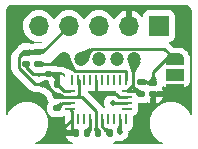
<source format=gtl>
G04 #@! TF.GenerationSoftware,KiCad,Pcbnew,8.0.5-8.0.5-0~ubuntu22.04.1*
G04 #@! TF.CreationDate,2024-10-20T20:35:37-07:00*
G04 #@! TF.ProjectId,uSlime_BNO085_Module,75536c69-6d65-45f4-924e-4f3038355f4d,rev?*
G04 #@! TF.SameCoordinates,Original*
G04 #@! TF.FileFunction,Copper,L1,Top*
G04 #@! TF.FilePolarity,Positive*
%FSLAX46Y46*%
G04 Gerber Fmt 4.6, Leading zero omitted, Abs format (unit mm)*
G04 Created by KiCad (PCBNEW 8.0.5-8.0.5-0~ubuntu22.04.1) date 2024-10-20 20:35:37*
%MOMM*%
%LPD*%
G01*
G04 APERTURE LIST*
G04 Aperture macros list*
%AMRoundRect*
0 Rectangle with rounded corners*
0 $1 Rounding radius*
0 $2 $3 $4 $5 $6 $7 $8 $9 X,Y pos of 4 corners*
0 Add a 4 corners polygon primitive as box body*
4,1,4,$2,$3,$4,$5,$6,$7,$8,$9,$2,$3,0*
0 Add four circle primitives for the rounded corners*
1,1,$1+$1,$2,$3*
1,1,$1+$1,$4,$5*
1,1,$1+$1,$6,$7*
1,1,$1+$1,$8,$9*
0 Add four rect primitives between the rounded corners*
20,1,$1+$1,$2,$3,$4,$5,0*
20,1,$1+$1,$4,$5,$6,$7,0*
20,1,$1+$1,$6,$7,$8,$9,0*
20,1,$1+$1,$8,$9,$2,$3,0*%
%AMFreePoly0*
4,1,19,0.550000,-0.750000,0.000000,-0.750000,0.000000,-0.744911,-0.071157,-0.744911,-0.207708,-0.704816,-0.327430,-0.627875,-0.420627,-0.520320,-0.479746,-0.390866,-0.500000,-0.250000,-0.500000,0.250000,-0.479746,0.390866,-0.420627,0.520320,-0.327430,0.627875,-0.207708,0.704816,-0.071157,0.744911,0.000000,0.744911,0.000000,0.750000,0.550000,0.750000,0.550000,-0.750000,0.550000,-0.750000,
$1*%
%AMFreePoly1*
4,1,19,0.000000,0.744911,0.071157,0.744911,0.207708,0.704816,0.327430,0.627875,0.420627,0.520320,0.479746,0.390866,0.500000,0.250000,0.500000,-0.250000,0.479746,-0.390866,0.420627,-0.520320,0.327430,-0.627875,0.207708,-0.704816,0.071157,-0.744911,0.000000,-0.744911,0.000000,-0.750000,-0.550000,-0.750000,-0.550000,0.750000,0.000000,0.750000,0.000000,0.744911,0.000000,0.744911,
$1*%
G04 Aperture macros list end*
G04 #@! TA.AperFunction,SMDPad,CuDef*
%ADD10RoundRect,0.140000X-0.170000X0.140000X-0.170000X-0.140000X0.170000X-0.140000X0.170000X0.140000X0*%
G04 #@! TD*
G04 #@! TA.AperFunction,SMDPad,CuDef*
%ADD11RoundRect,0.140000X0.170000X-0.140000X0.170000X0.140000X-0.170000X0.140000X-0.170000X-0.140000X0*%
G04 #@! TD*
G04 #@! TA.AperFunction,ComponentPad*
%ADD12R,1.700000X1.700000*%
G04 #@! TD*
G04 #@! TA.AperFunction,ComponentPad*
%ADD13O,1.700000X1.700000*%
G04 #@! TD*
G04 #@! TA.AperFunction,SMDPad,CuDef*
%ADD14RoundRect,0.135000X0.135000X0.185000X-0.135000X0.185000X-0.135000X-0.185000X0.135000X-0.185000X0*%
G04 #@! TD*
G04 #@! TA.AperFunction,SMDPad,CuDef*
%ADD15RoundRect,0.140000X-0.140000X-0.170000X0.140000X-0.170000X0.140000X0.170000X-0.140000X0.170000X0*%
G04 #@! TD*
G04 #@! TA.AperFunction,SMDPad,CuDef*
%ADD16FreePoly0,270.000000*%
G04 #@! TD*
G04 #@! TA.AperFunction,SMDPad,CuDef*
%ADD17R,1.500000X1.000000*%
G04 #@! TD*
G04 #@! TA.AperFunction,SMDPad,CuDef*
%ADD18FreePoly1,270.000000*%
G04 #@! TD*
G04 #@! TA.AperFunction,SMDPad,CuDef*
%ADD19RoundRect,0.135000X-0.185000X0.135000X-0.185000X-0.135000X0.185000X-0.135000X0.185000X0.135000X0*%
G04 #@! TD*
G04 #@! TA.AperFunction,ComponentPad*
%ADD20C,1.200000*%
G04 #@! TD*
G04 #@! TA.AperFunction,SMDPad,CuDef*
%ADD21RoundRect,0.140000X0.140000X0.170000X-0.140000X0.170000X-0.140000X-0.170000X0.140000X-0.170000X0*%
G04 #@! TD*
G04 #@! TA.AperFunction,SMDPad,CuDef*
%ADD22R,0.250000X0.914400*%
G04 #@! TD*
G04 #@! TA.AperFunction,SMDPad,CuDef*
%ADD23R,0.812800X0.250000*%
G04 #@! TD*
G04 #@! TA.AperFunction,ViaPad*
%ADD24C,0.600000*%
G04 #@! TD*
G04 #@! TA.AperFunction,ViaPad*
%ADD25C,0.500000*%
G04 #@! TD*
G04 #@! TA.AperFunction,Conductor*
%ADD26C,0.254000*%
G04 #@! TD*
G04 APERTURE END LIST*
D10*
X102850000Y-93920000D03*
X102850000Y-94880000D03*
D11*
X113600000Y-97430000D03*
X113600000Y-96470000D03*
D12*
X114075000Y-91650000D03*
D13*
X111535000Y-91650000D03*
X108995000Y-91650000D03*
X106455000Y-91650000D03*
X103915000Y-91650000D03*
D14*
X109910000Y-100750000D03*
X108890000Y-100750000D03*
D15*
X107020000Y-100750000D03*
X107980000Y-100750000D03*
D16*
X115442500Y-94500000D03*
D17*
X115442500Y-95800000D03*
D18*
X115442500Y-97100000D03*
D19*
X103850000Y-93890000D03*
X103850000Y-94910000D03*
D20*
X112005000Y-94500000D03*
X110505000Y-94500000D03*
X109005000Y-94500000D03*
X107505000Y-94500000D03*
X106005000Y-94500000D03*
D21*
X105480000Y-96600000D03*
X104520000Y-96600000D03*
D22*
X106752600Y-96222670D03*
D23*
X106561600Y-97150000D03*
X106561600Y-97653070D03*
X106561600Y-98153070D03*
X106561600Y-98653060D03*
D22*
X106752600Y-99575470D03*
X107252600Y-99575470D03*
X107752600Y-99575470D03*
X108252600Y-99575470D03*
X108752600Y-99575470D03*
X109252600Y-99575470D03*
X109752600Y-99575470D03*
X110252600Y-99575470D03*
X110752600Y-99575470D03*
X111260600Y-99575470D03*
D23*
X111387600Y-98653070D03*
X111387600Y-98153070D03*
X111387600Y-97653070D03*
X111387600Y-97150000D03*
D22*
X111260600Y-96222670D03*
X110752600Y-96222670D03*
X110252600Y-96222670D03*
X109752600Y-96222670D03*
X109252600Y-96222670D03*
X108752600Y-96222670D03*
X108252600Y-96222670D03*
X107752600Y-96222670D03*
X107252600Y-96222670D03*
D19*
X112550000Y-96430000D03*
X112550000Y-97450000D03*
X105449000Y-97600000D03*
X105449000Y-98620000D03*
D24*
X104800000Y-95750000D03*
X108752600Y-97400000D03*
D25*
X110750000Y-100650000D03*
X115450000Y-95800000D03*
X110173070Y-98153070D03*
D26*
X102850000Y-94880000D02*
X102850000Y-95159999D01*
X102850000Y-95159999D02*
X103440001Y-95750000D01*
X103440001Y-95750000D02*
X105000000Y-95750000D01*
X105480000Y-96230000D02*
X105480000Y-96600000D01*
X105000000Y-95750000D02*
X105480000Y-96230000D01*
X106752600Y-99575470D02*
X106752600Y-98844060D01*
X110452200Y-97400000D02*
X110705270Y-97653070D01*
X106752600Y-100482600D02*
X107020000Y-100750000D01*
X106752600Y-98844060D02*
X106561600Y-98653060D01*
X108752600Y-97400000D02*
X110452200Y-97400000D01*
X110705270Y-97653070D02*
X111387600Y-97653070D01*
X108752600Y-97400000D02*
X108752600Y-96222670D01*
X106561600Y-97150000D02*
X106030000Y-97150000D01*
X113600000Y-97430000D02*
X115112500Y-97430000D01*
X115112500Y-97430000D02*
X115442500Y-97100000D01*
X106752600Y-99575470D02*
X106752600Y-100482600D01*
X106030000Y-97150000D02*
X105480000Y-96600000D01*
X111900000Y-96637600D02*
X111900000Y-94605000D01*
X111387600Y-97150000D02*
X111900000Y-96637600D01*
X112250000Y-97150000D02*
X111387600Y-97150000D01*
X111900000Y-96800000D02*
X112550000Y-97450000D01*
X111900000Y-96637600D02*
X111900000Y-96800000D01*
X111900000Y-94605000D02*
X112005000Y-94500000D01*
X112550000Y-97450000D02*
X112250000Y-97150000D01*
X103850000Y-94910000D02*
X105595000Y-94910000D01*
X106943470Y-95438470D02*
X111204600Y-95438470D01*
X111260600Y-95494470D02*
X111260600Y-96222670D01*
X105595000Y-94910000D02*
X106005000Y-94500000D01*
X111204600Y-95438470D02*
X111260600Y-95494470D01*
X106005000Y-94500000D02*
X106943470Y-95438470D01*
X103595682Y-96600000D02*
X102213000Y-95217318D01*
X107295000Y-96265070D02*
X107295000Y-97506070D01*
X104520000Y-96671000D02*
X105449000Y-97600000D01*
X113600000Y-96470000D02*
X113600000Y-95587500D01*
X102540001Y-93920000D02*
X102850000Y-93920000D01*
X102213000Y-94247001D02*
X102540001Y-93920000D01*
X108752600Y-98839270D02*
X107566400Y-97653070D01*
X113560000Y-96430000D02*
X113600000Y-96470000D01*
X104520000Y-96600000D02*
X104520000Y-96671000D01*
X107295000Y-97506070D02*
X107148000Y-97653070D01*
X102850000Y-93920000D02*
X103820000Y-93920000D01*
X102213000Y-95217318D02*
X102213000Y-94247001D01*
X108432000Y-93573000D02*
X114515500Y-93573000D01*
X103820000Y-93920000D02*
X103850000Y-93890000D01*
X107566400Y-97653070D02*
X106561600Y-97653070D01*
X103850000Y-93890000D02*
X104215000Y-93890000D01*
X104215000Y-93890000D02*
X106455000Y-91650000D01*
X108752600Y-99575470D02*
X108752600Y-98839270D01*
X105449000Y-97600000D02*
X105502070Y-97653070D01*
X114515500Y-93573000D02*
X115442500Y-94500000D01*
X104520000Y-96600000D02*
X103595682Y-96600000D01*
X105502070Y-97653070D02*
X106561600Y-97653070D01*
X114687500Y-94500000D02*
X115442500Y-94500000D01*
X107148000Y-97653070D02*
X106561600Y-97653070D01*
X113600000Y-95587500D02*
X114687500Y-94500000D01*
X107252600Y-96222670D02*
X107295000Y-96265070D01*
X108752600Y-99575470D02*
X108752600Y-100612600D01*
X107505000Y-94500000D02*
X108432000Y-93573000D01*
X112550000Y-96430000D02*
X113560000Y-96430000D01*
X108752600Y-100612600D02*
X108890000Y-100750000D01*
X110750000Y-99578070D02*
X110752600Y-99575470D01*
X110750000Y-100650000D02*
X110750000Y-99578070D01*
X110173070Y-98153070D02*
X111387600Y-98153070D01*
X115442500Y-95800000D02*
X115450000Y-95800000D01*
X108252600Y-99575470D02*
X108252600Y-100477400D01*
X108252600Y-100477400D02*
X107980000Y-100750000D01*
X105915930Y-98153070D02*
X105449000Y-98620000D01*
X106561600Y-98153070D02*
X105915930Y-98153070D01*
X109910000Y-100430001D02*
X109547109Y-100430001D01*
X109547109Y-100430001D02*
X109252600Y-100135492D01*
X109252600Y-100135492D02*
X109252600Y-99575470D01*
X109910000Y-100750000D02*
X109910000Y-100430001D01*
G04 #@! TA.AperFunction,Conductor*
G36*
X116280632Y-89857573D02*
G01*
X116281149Y-89857607D01*
X116284100Y-89857607D01*
X116284104Y-89857608D01*
X116347245Y-89857607D01*
X116352732Y-89857915D01*
X116392477Y-89862393D01*
X116455661Y-89869512D01*
X116466357Y-89871953D01*
X116561507Y-89905247D01*
X116571392Y-89910007D01*
X116650120Y-89959475D01*
X116656754Y-89963643D01*
X116665333Y-89970485D01*
X116736614Y-90041766D01*
X116743456Y-90050345D01*
X116797092Y-90135707D01*
X116801852Y-90145593D01*
X116835145Y-90240741D01*
X116837587Y-90251438D01*
X116849184Y-90354368D01*
X116849492Y-90359854D01*
X116849492Y-90425991D01*
X116849493Y-90426008D01*
X116849497Y-99172389D01*
X116835145Y-99207037D01*
X116800497Y-99221389D01*
X116765849Y-99207037D01*
X116755227Y-99191140D01*
X116718284Y-99101951D01*
X116600273Y-98897550D01*
X116600270Y-98897546D01*
X116600264Y-98897537D01*
X116456596Y-98710306D01*
X116456586Y-98710294D01*
X116289705Y-98543413D01*
X116289693Y-98543403D01*
X116102462Y-98399735D01*
X116102447Y-98399725D01*
X115898050Y-98281716D01*
X115679996Y-98191395D01*
X115679986Y-98191391D01*
X115452025Y-98130309D01*
X115452018Y-98130308D01*
X115452014Y-98130307D01*
X115218011Y-98099500D01*
X114981989Y-98099500D01*
X114747986Y-98130307D01*
X114747982Y-98130307D01*
X114747974Y-98130309D01*
X114520013Y-98191391D01*
X114520003Y-98191395D01*
X114301949Y-98281716D01*
X114097552Y-98399725D01*
X114097537Y-98399735D01*
X113910306Y-98543403D01*
X113910294Y-98543413D01*
X113743413Y-98710294D01*
X113743403Y-98710306D01*
X113599735Y-98897537D01*
X113599725Y-98897552D01*
X113481716Y-99101949D01*
X113391395Y-99320003D01*
X113391391Y-99320013D01*
X113330309Y-99547974D01*
X113330307Y-99547982D01*
X113330307Y-99547986D01*
X113299500Y-99781989D01*
X113299500Y-100018011D01*
X113330307Y-100252014D01*
X113330308Y-100252018D01*
X113330309Y-100252025D01*
X113391391Y-100479986D01*
X113391395Y-100479996D01*
X113481716Y-100698050D01*
X113599725Y-100902447D01*
X113599735Y-100902462D01*
X113743403Y-101089693D01*
X113743413Y-101089705D01*
X113910294Y-101256586D01*
X113910306Y-101256596D01*
X114097537Y-101400264D01*
X114097546Y-101400270D01*
X114097550Y-101400273D01*
X114195387Y-101456759D01*
X114301949Y-101518283D01*
X114391146Y-101555230D01*
X114417664Y-101581749D01*
X114417664Y-101619252D01*
X114391145Y-101645770D01*
X114372394Y-101649500D01*
X110207818Y-101649500D01*
X110173170Y-101635148D01*
X110158818Y-101600500D01*
X110173170Y-101565852D01*
X110194147Y-101553446D01*
X110228515Y-101543461D01*
X110299393Y-101522869D01*
X110437598Y-101441135D01*
X110493854Y-101384878D01*
X110528500Y-101370526D01*
X110544680Y-101373275D01*
X110581941Y-101386313D01*
X110750000Y-101405249D01*
X110918059Y-101386313D01*
X111077690Y-101330456D01*
X111220890Y-101240477D01*
X111340477Y-101120890D01*
X111430456Y-100977690D01*
X111486313Y-100818059D01*
X111505249Y-100650000D01*
X111495716Y-100565400D01*
X111506098Y-100529364D01*
X111527283Y-100514005D01*
X111627931Y-100476466D01*
X111743146Y-100390216D01*
X111829396Y-100275001D01*
X111879691Y-100140153D01*
X111879691Y-100140151D01*
X111879692Y-100140149D01*
X111886099Y-100080549D01*
X111886100Y-100080543D01*
X111886099Y-99311919D01*
X111900451Y-99277272D01*
X111917974Y-99266010D01*
X112036331Y-99221866D01*
X112151546Y-99135616D01*
X112237796Y-99020401D01*
X112288091Y-98885553D01*
X112288091Y-98885551D01*
X112288092Y-98885549D01*
X112294499Y-98825949D01*
X112294500Y-98825943D01*
X112294499Y-98480198D01*
X112294499Y-98480190D01*
X112288092Y-98420592D01*
X112288091Y-98420590D01*
X112288091Y-98420587D01*
X112287947Y-98420200D01*
X112287947Y-98419977D01*
X112287386Y-98417603D01*
X112287947Y-98417470D01*
X112287947Y-98388662D01*
X112287387Y-98388530D01*
X112287947Y-98386157D01*
X112287947Y-98385936D01*
X112288091Y-98385553D01*
X112288173Y-98384796D01*
X112289903Y-98368697D01*
X112294500Y-98325943D01*
X112294499Y-98269498D01*
X112308850Y-98234851D01*
X112343495Y-98220499D01*
X112799180Y-98220499D01*
X112799185Y-98220498D01*
X112799194Y-98220498D01*
X112819469Y-98218902D01*
X112835204Y-98217665D01*
X112989393Y-98172869D01*
X113065821Y-98127669D01*
X113102944Y-98122385D01*
X113115704Y-98127670D01*
X113173803Y-98162031D01*
X113329088Y-98207145D01*
X113329084Y-98207145D01*
X113349999Y-98208790D01*
X113350000Y-98208790D01*
X113850000Y-98208790D01*
X113870913Y-98207145D01*
X114026198Y-98162030D01*
X114165373Y-98079722D01*
X114165378Y-98079718D01*
X114279718Y-97965378D01*
X114279722Y-97965373D01*
X114362031Y-97826197D01*
X114404505Y-97680000D01*
X113850000Y-97680000D01*
X113850000Y-98208790D01*
X113350000Y-98208790D01*
X113350000Y-97752979D01*
X113351946Y-97739308D01*
X113367665Y-97685203D01*
X113367665Y-97685202D01*
X113367903Y-97682178D01*
X113370500Y-97649181D01*
X113370499Y-97299499D01*
X113384851Y-97264852D01*
X113419499Y-97250500D01*
X113834679Y-97250500D01*
X113834690Y-97250500D01*
X113870993Y-97247643D01*
X114026395Y-97202494D01*
X114052892Y-97186823D01*
X114077835Y-97180000D01*
X114404505Y-97180000D01*
X114404505Y-97179999D01*
X114362032Y-97033804D01*
X114327510Y-96975434D01*
X114322225Y-96938305D01*
X114327504Y-96925558D01*
X114362494Y-96866395D01*
X114388477Y-96776961D01*
X114411924Y-96747694D01*
X114449200Y-96743579D01*
X114452633Y-96744715D01*
X114585017Y-96794091D01*
X114585020Y-96794092D01*
X114628677Y-96798785D01*
X114644627Y-96800500D01*
X116240372Y-96800499D01*
X116240378Y-96800499D01*
X116299978Y-96794092D01*
X116299979Y-96794091D01*
X116299983Y-96794091D01*
X116434831Y-96743796D01*
X116550046Y-96657546D01*
X116636296Y-96542331D01*
X116686591Y-96407483D01*
X116686591Y-96407481D01*
X116686592Y-96407479D01*
X116691125Y-96365310D01*
X116693000Y-96347873D01*
X116692999Y-95252128D01*
X116692999Y-95252120D01*
X116686592Y-95192521D01*
X116686591Y-95192517D01*
X116684405Y-95186657D01*
X116681815Y-95162565D01*
X116698000Y-95050000D01*
X116698000Y-94428111D01*
X116677524Y-94285696D01*
X116637017Y-94147741D01*
X116577247Y-94016863D01*
X116500936Y-93898121D01*
X116500615Y-93897556D01*
X116499514Y-93895908D01*
X116499513Y-93895905D01*
X116499509Y-93895900D01*
X116405291Y-93787167D01*
X116296631Y-93693015D01*
X116296625Y-93693010D01*
X116175602Y-93615234D01*
X116175601Y-93615233D01*
X116047198Y-93556593D01*
X116045497Y-93555703D01*
X115906754Y-93514964D01*
X115764445Y-93494503D01*
X115764441Y-93494503D01*
X115677035Y-93494503D01*
X115677028Y-93494500D01*
X115656736Y-93494500D01*
X115344715Y-93494500D01*
X115310067Y-93480148D01*
X114914066Y-93084147D01*
X114899714Y-93049499D01*
X114914066Y-93014851D01*
X114948714Y-93000499D01*
X114972878Y-93000499D01*
X115032478Y-92994092D01*
X115032479Y-92994091D01*
X115032483Y-92994091D01*
X115167331Y-92943796D01*
X115282546Y-92857546D01*
X115368796Y-92742331D01*
X115419091Y-92607483D01*
X115419091Y-92607481D01*
X115419092Y-92607479D01*
X115425499Y-92547879D01*
X115425500Y-92547873D01*
X115425499Y-90752128D01*
X115425499Y-90752127D01*
X115425499Y-90752120D01*
X115419092Y-90692521D01*
X115389017Y-90611885D01*
X115368796Y-90557669D01*
X115282546Y-90442454D01*
X115194534Y-90376568D01*
X115167333Y-90356205D01*
X115167331Y-90356204D01*
X115122381Y-90339439D01*
X115032479Y-90305907D01*
X114972879Y-90299500D01*
X113177120Y-90299500D01*
X113117521Y-90305907D01*
X112982666Y-90356205D01*
X112867454Y-90442454D01*
X112781205Y-90557666D01*
X112730907Y-90692520D01*
X112724500Y-90752120D01*
X112724500Y-90839721D01*
X112710148Y-90874369D01*
X112675500Y-90888721D01*
X112640852Y-90874369D01*
X112635362Y-90867826D01*
X112573114Y-90778927D01*
X112573108Y-90778920D01*
X112406079Y-90611891D01*
X112406072Y-90611885D01*
X112212589Y-90476405D01*
X112212577Y-90476398D01*
X111998488Y-90376568D01*
X111998483Y-90376566D01*
X111785000Y-90319363D01*
X111785000Y-91216988D01*
X111727993Y-91184075D01*
X111600826Y-91150000D01*
X111469174Y-91150000D01*
X111342007Y-91184075D01*
X111285000Y-91216988D01*
X111285000Y-90319363D01*
X111284999Y-90319363D01*
X111071516Y-90376566D01*
X111071511Y-90376567D01*
X110857423Y-90476398D01*
X110857411Y-90476405D01*
X110663927Y-90611885D01*
X110663920Y-90611891D01*
X110496891Y-90778920D01*
X110496885Y-90778927D01*
X110361405Y-90972411D01*
X110361398Y-90972423D01*
X110309685Y-91083324D01*
X110282035Y-91108661D01*
X110244568Y-91107025D01*
X110220867Y-91083324D01*
X110169036Y-90972172D01*
X110169028Y-90972160D01*
X110033499Y-90778604D01*
X110033493Y-90778597D01*
X109866402Y-90611506D01*
X109866395Y-90611500D01*
X109672840Y-90475970D01*
X109672828Y-90475963D01*
X109458660Y-90376095D01*
X109458655Y-90376094D01*
X109230416Y-90314938D01*
X109230410Y-90314937D01*
X108995000Y-90294341D01*
X108759589Y-90314937D01*
X108759583Y-90314938D01*
X108531344Y-90376094D01*
X108531339Y-90376095D01*
X108317172Y-90475963D01*
X108317160Y-90475971D01*
X108123604Y-90611500D01*
X108123597Y-90611506D01*
X107956506Y-90778597D01*
X107956500Y-90778604D01*
X107820971Y-90972160D01*
X107820963Y-90972172D01*
X107769409Y-91082732D01*
X107741759Y-91108069D01*
X107704292Y-91106433D01*
X107680591Y-91082732D01*
X107629036Y-90972172D01*
X107629028Y-90972160D01*
X107493499Y-90778604D01*
X107493493Y-90778597D01*
X107326402Y-90611506D01*
X107326395Y-90611500D01*
X107132840Y-90475970D01*
X107132828Y-90475963D01*
X106918660Y-90376095D01*
X106918655Y-90376094D01*
X106690416Y-90314938D01*
X106690410Y-90314937D01*
X106455000Y-90294341D01*
X106219589Y-90314937D01*
X106219583Y-90314938D01*
X105991344Y-90376094D01*
X105991339Y-90376095D01*
X105777172Y-90475963D01*
X105777160Y-90475971D01*
X105583604Y-90611500D01*
X105583597Y-90611506D01*
X105416506Y-90778597D01*
X105416500Y-90778604D01*
X105280971Y-90972160D01*
X105280963Y-90972172D01*
X105229409Y-91082732D01*
X105201759Y-91108069D01*
X105164292Y-91106433D01*
X105140591Y-91082732D01*
X105089036Y-90972172D01*
X105089028Y-90972160D01*
X104953499Y-90778604D01*
X104953493Y-90778597D01*
X104786402Y-90611506D01*
X104786395Y-90611500D01*
X104592840Y-90475970D01*
X104592828Y-90475963D01*
X104378660Y-90376095D01*
X104378655Y-90376094D01*
X104150416Y-90314938D01*
X104150410Y-90314937D01*
X103915000Y-90294341D01*
X103679589Y-90314937D01*
X103679583Y-90314938D01*
X103451344Y-90376094D01*
X103451339Y-90376095D01*
X103237172Y-90475963D01*
X103237160Y-90475971D01*
X103043604Y-90611500D01*
X103043597Y-90611506D01*
X102876506Y-90778597D01*
X102876500Y-90778604D01*
X102740971Y-90972160D01*
X102740963Y-90972172D01*
X102641095Y-91186339D01*
X102641094Y-91186344D01*
X102579938Y-91414583D01*
X102579937Y-91414589D01*
X102559341Y-91650000D01*
X102579937Y-91885410D01*
X102579938Y-91885416D01*
X102641094Y-92113655D01*
X102641095Y-92113660D01*
X102740963Y-92327828D01*
X102740970Y-92327840D01*
X102876500Y-92521395D01*
X102876506Y-92521402D01*
X103043597Y-92688493D01*
X103043604Y-92688499D01*
X103237159Y-92824029D01*
X103237171Y-92824036D01*
X103451339Y-92923904D01*
X103451344Y-92923905D01*
X103679583Y-92985061D01*
X103679587Y-92985061D01*
X103679592Y-92985063D01*
X103915000Y-93005659D01*
X104106278Y-92988923D01*
X104142042Y-93000201D01*
X104159360Y-93033466D01*
X104148082Y-93069233D01*
X104145194Y-93072385D01*
X104115131Y-93102448D01*
X104080483Y-93116800D01*
X104079704Y-93116793D01*
X104016595Y-93115702D01*
X104016592Y-93115702D01*
X104016585Y-93115702D01*
X104013473Y-93115857D01*
X104013470Y-93115857D01*
X103996432Y-93118790D01*
X103988120Y-93119500D01*
X103600820Y-93119500D01*
X103600805Y-93119501D01*
X103564796Y-93122334D01*
X103410606Y-93167131D01*
X103404147Y-93170951D01*
X103393115Y-93175758D01*
X103392390Y-93175972D01*
X103344901Y-93197776D01*
X103307425Y-93199190D01*
X103306714Y-93198920D01*
X103264454Y-93182504D01*
X103264441Y-93182500D01*
X103213322Y-93169161D01*
X103212024Y-93168803D01*
X103120995Y-93142357D01*
X103120991Y-93142356D01*
X103084692Y-93139500D01*
X103084690Y-93139500D01*
X102615310Y-93139500D01*
X102615307Y-93139500D01*
X102579008Y-93142356D01*
X102579006Y-93142356D01*
X102423601Y-93187507D01*
X102284317Y-93269879D01*
X102284312Y-93269883D01*
X102169883Y-93384312D01*
X102169879Y-93384317D01*
X102150745Y-93416672D01*
X102142927Y-93426665D01*
X101906102Y-93659572D01*
X101866953Y-93702790D01*
X101866951Y-93702792D01*
X101865948Y-93704483D01*
X101858463Y-93714116D01*
X101812992Y-93759589D01*
X101725589Y-93846992D01*
X101656915Y-93949771D01*
X101647291Y-93973007D01*
X101647291Y-93973008D01*
X101609615Y-94063962D01*
X101609613Y-94063968D01*
X101602566Y-94099399D01*
X101590315Y-94160993D01*
X101585500Y-94185198D01*
X101585500Y-95155515D01*
X101585500Y-95279121D01*
X101601502Y-95359570D01*
X101609613Y-95400350D01*
X101609615Y-95400356D01*
X101636297Y-95464769D01*
X101636297Y-95464770D01*
X101649016Y-95495476D01*
X101656917Y-95514551D01*
X101672251Y-95537500D01*
X101684795Y-95556273D01*
X101708441Y-95591663D01*
X101725589Y-95617326D01*
X103108271Y-97000008D01*
X103195674Y-97087411D01*
X103298449Y-97156083D01*
X103333313Y-97170524D01*
X103412648Y-97203386D01*
X103533879Y-97227500D01*
X103829145Y-97227500D01*
X103849378Y-97231872D01*
X103890464Y-97250499D01*
X104073048Y-97333277D01*
X104073058Y-97333282D01*
X104075571Y-97334421D01*
X104080278Y-97336870D01*
X104123605Y-97362494D01*
X104236947Y-97395423D01*
X104249020Y-97400785D01*
X104440587Y-97519074D01*
X104440592Y-97519078D01*
X104498812Y-97555028D01*
X104516704Y-97574428D01*
X104623505Y-97783490D01*
X104628718Y-97801939D01*
X104631334Y-97835203D01*
X104674859Y-97985016D01*
X104676131Y-97989393D01*
X104729551Y-98079722D01*
X104732706Y-98085057D01*
X104737989Y-98122186D01*
X104732706Y-98134943D01*
X104676130Y-98230608D01*
X104631334Y-98384795D01*
X104631334Y-98384797D01*
X104628500Y-98420816D01*
X104628500Y-98819179D01*
X104628501Y-98819194D01*
X104631334Y-98855203D01*
X104676131Y-99009394D01*
X104757861Y-99147593D01*
X104757865Y-99147598D01*
X104871401Y-99261134D01*
X104871406Y-99261138D01*
X104898688Y-99277272D01*
X105009605Y-99342868D01*
X105009606Y-99342868D01*
X105009607Y-99342869D01*
X105163796Y-99387665D01*
X105199819Y-99390500D01*
X105698180Y-99390499D01*
X105698185Y-99390498D01*
X105698194Y-99390498D01*
X105718469Y-99388902D01*
X105734204Y-99387665D01*
X105888393Y-99342869D01*
X106003754Y-99274644D01*
X106040880Y-99269360D01*
X106045819Y-99270910D01*
X106047826Y-99271658D01*
X106047828Y-99271659D01*
X106083837Y-99275530D01*
X106116753Y-99293503D01*
X106127600Y-99324249D01*
X106127600Y-100023692D01*
X106543452Y-99607840D01*
X106578100Y-99593488D01*
X106612748Y-99607840D01*
X106627100Y-99642488D01*
X106627100Y-99857450D01*
X106612748Y-99892098D01*
X106203872Y-100300973D01*
X106203872Y-100300974D01*
X106254587Y-100368721D01*
X106263862Y-100405059D01*
X106262415Y-100411756D01*
X106242855Y-100479082D01*
X106242854Y-100479086D01*
X106241208Y-100499999D01*
X106241209Y-100500000D01*
X106939525Y-100500000D01*
X106956648Y-100503089D01*
X106985914Y-100514004D01*
X107020117Y-100526761D01*
X107079727Y-100533170D01*
X107150499Y-100533169D01*
X107185148Y-100547520D01*
X107199500Y-100582168D01*
X107199500Y-100951000D01*
X107185148Y-100985648D01*
X107150500Y-101000000D01*
X106241210Y-101000000D01*
X106242854Y-101020913D01*
X106287969Y-101176198D01*
X106370277Y-101315373D01*
X106370281Y-101315378D01*
X106484621Y-101429718D01*
X106484626Y-101429722D01*
X106623801Y-101512030D01*
X106766353Y-101553446D01*
X106795621Y-101576894D01*
X106799736Y-101614171D01*
X106776288Y-101643439D01*
X106752682Y-101649500D01*
X103627606Y-101649500D01*
X103592958Y-101635148D01*
X103578606Y-101600500D01*
X103592958Y-101565852D01*
X103608854Y-101555230D01*
X103624028Y-101548944D01*
X103698049Y-101518284D01*
X103902450Y-101400273D01*
X104089699Y-101256592D01*
X104256592Y-101089699D01*
X104400273Y-100902450D01*
X104518284Y-100698049D01*
X104608606Y-100479993D01*
X104669693Y-100252014D01*
X104700500Y-100018011D01*
X104700500Y-99781989D01*
X104669693Y-99547986D01*
X104627495Y-99390500D01*
X104608608Y-99320013D01*
X104608604Y-99320003D01*
X104597627Y-99293503D01*
X104518284Y-99101951D01*
X104400273Y-98897550D01*
X104400270Y-98897546D01*
X104400264Y-98897537D01*
X104256596Y-98710306D01*
X104256586Y-98710294D01*
X104089705Y-98543413D01*
X104089693Y-98543403D01*
X103902462Y-98399735D01*
X103902447Y-98399725D01*
X103698050Y-98281716D01*
X103479996Y-98191395D01*
X103479986Y-98191391D01*
X103252025Y-98130309D01*
X103252018Y-98130308D01*
X103252014Y-98130307D01*
X103018011Y-98099500D01*
X102781989Y-98099500D01*
X102547986Y-98130307D01*
X102547982Y-98130307D01*
X102547974Y-98130309D01*
X102320013Y-98191391D01*
X102320003Y-98191395D01*
X102101949Y-98281716D01*
X101897552Y-98399725D01*
X101897537Y-98399735D01*
X101710306Y-98543403D01*
X101710294Y-98543413D01*
X101543413Y-98710294D01*
X101543403Y-98710306D01*
X101399735Y-98897537D01*
X101399725Y-98897552D01*
X101281716Y-99101949D01*
X101244770Y-99191146D01*
X101218251Y-99217664D01*
X101180748Y-99217664D01*
X101154230Y-99191145D01*
X101150500Y-99172394D01*
X101150500Y-90352752D01*
X101150808Y-90347266D01*
X101156190Y-90299500D01*
X101162406Y-90244332D01*
X101164848Y-90233637D01*
X101198145Y-90138477D01*
X101202897Y-90128610D01*
X101256541Y-90043235D01*
X101263375Y-90034666D01*
X101334666Y-89963375D01*
X101343235Y-89956541D01*
X101428610Y-89902897D01*
X101438477Y-89898145D01*
X101533640Y-89864847D01*
X101544330Y-89862406D01*
X101647262Y-89850808D01*
X101652758Y-89850501D01*
X116280632Y-89857573D01*
G37*
G04 #@! TD.AperFunction*
G04 #@! TA.AperFunction,Conductor*
G36*
X108520227Y-97173468D02*
G01*
X108579766Y-97179870D01*
X108925435Y-97179870D01*
X108984976Y-97173468D01*
X108987958Y-97172764D01*
X108988144Y-97173552D01*
X109017069Y-97173548D01*
X109017138Y-97173257D01*
X109018369Y-97173548D01*
X109019010Y-97173548D01*
X109020117Y-97173961D01*
X109020118Y-97173961D01*
X109020121Y-97173962D01*
X109061680Y-97178429D01*
X109079727Y-97180370D01*
X109425472Y-97180369D01*
X109425478Y-97180369D01*
X109485077Y-97173962D01*
X109485078Y-97173961D01*
X109485083Y-97173961D01*
X109485463Y-97173818D01*
X109485684Y-97173818D01*
X109488067Y-97173256D01*
X109488199Y-97173818D01*
X109517007Y-97173816D01*
X109517140Y-97173257D01*
X109519504Y-97173816D01*
X109519728Y-97173816D01*
X109520117Y-97173961D01*
X109520121Y-97173961D01*
X109520123Y-97173962D01*
X109520122Y-97173962D01*
X109558948Y-97178135D01*
X109579727Y-97180370D01*
X109925472Y-97180369D01*
X109925478Y-97180369D01*
X109985077Y-97173962D01*
X109985078Y-97173961D01*
X109985083Y-97173961D01*
X109985463Y-97173818D01*
X109985684Y-97173818D01*
X109988067Y-97173256D01*
X109988199Y-97173818D01*
X110017007Y-97173816D01*
X110017140Y-97173257D01*
X110019504Y-97173816D01*
X110019728Y-97173816D01*
X110020117Y-97173961D01*
X110020121Y-97173961D01*
X110020123Y-97173962D01*
X110020122Y-97173962D01*
X110058948Y-97178135D01*
X110079727Y-97180370D01*
X110425472Y-97180369D01*
X110426457Y-97180263D01*
X110426612Y-97180308D01*
X110426791Y-97180299D01*
X110426794Y-97180362D01*
X110462442Y-97190825D01*
X110480419Y-97223739D01*
X110480700Y-97228981D01*
X110480700Y-97322879D01*
X110487108Y-97382481D01*
X110487108Y-97382485D01*
X110487220Y-97382783D01*
X110487214Y-97382932D01*
X110487813Y-97385464D01*
X110487117Y-97385628D01*
X110485874Y-97420261D01*
X110458420Y-97445811D01*
X110425123Y-97446147D01*
X110341135Y-97416759D01*
X110341134Y-97416758D01*
X110341129Y-97416757D01*
X110341125Y-97416756D01*
X110341123Y-97416756D01*
X110173070Y-97397821D01*
X110005016Y-97416756D01*
X110005007Y-97416758D01*
X109845380Y-97472614D01*
X109845378Y-97472615D01*
X109702182Y-97562591D01*
X109702178Y-97562594D01*
X109582594Y-97682178D01*
X109582591Y-97682182D01*
X109492615Y-97825378D01*
X109492614Y-97825380D01*
X109436758Y-97985007D01*
X109436756Y-97985016D01*
X109417821Y-98153070D01*
X109436756Y-98321123D01*
X109436758Y-98321132D01*
X109492613Y-98480757D01*
X109492616Y-98480763D01*
X109536132Y-98550019D01*
X109542413Y-98586992D01*
X109520711Y-98617578D01*
X109488282Y-98623086D01*
X109488130Y-98624506D01*
X109425479Y-98617770D01*
X109425473Y-98617770D01*
X109372793Y-98617770D01*
X109338145Y-98603418D01*
X109327523Y-98587521D01*
X109308684Y-98542040D01*
X109308683Y-98542037D01*
X109240011Y-98439262D01*
X109152608Y-98351859D01*
X108064766Y-97264017D01*
X108050414Y-97229369D01*
X108064766Y-97194721D01*
X108099411Y-97180369D01*
X108425472Y-97180369D01*
X108425478Y-97180369D01*
X108485078Y-97173962D01*
X108485079Y-97173961D01*
X108485083Y-97173961D01*
X108486182Y-97173551D01*
X108486819Y-97173551D01*
X108488067Y-97173256D01*
X108488137Y-97173551D01*
X108517054Y-97173551D01*
X108517240Y-97172763D01*
X108520227Y-97173468D01*
G37*
G04 #@! TD.AperFunction*
G04 #@! TA.AperFunction,Conductor*
G36*
X104933432Y-95538512D02*
G01*
X104951445Y-95542233D01*
X105754939Y-95591197D01*
X105769699Y-95594431D01*
X106095847Y-95721151D01*
X106122944Y-95747076D01*
X106127100Y-95766824D01*
X106127100Y-95913707D01*
X106112748Y-95948355D01*
X106078100Y-95962707D01*
X106043452Y-95948355D01*
X106015378Y-95920281D01*
X106015373Y-95920277D01*
X105876198Y-95837969D01*
X105730000Y-95795493D01*
X105730000Y-96761215D01*
X105715648Y-96795863D01*
X105681000Y-96810215D01*
X105656941Y-96803902D01*
X105449287Y-96686863D01*
X105428618Y-96664186D01*
X105304772Y-96387347D01*
X105300500Y-96367337D01*
X105300500Y-96365321D01*
X105300500Y-96365310D01*
X105297643Y-96329007D01*
X105252494Y-96173605D01*
X105248088Y-96166155D01*
X105236823Y-96147105D01*
X105230000Y-96122163D01*
X105230000Y-95795494D01*
X105229999Y-95795493D01*
X105083806Y-95837967D01*
X105025433Y-95872489D01*
X104988304Y-95877772D01*
X104975547Y-95872488D01*
X104916398Y-95837507D01*
X104760992Y-95792356D01*
X104724692Y-95789500D01*
X104724690Y-95789500D01*
X104315310Y-95789500D01*
X104315307Y-95789500D01*
X104279008Y-95792356D01*
X104279006Y-95792356D01*
X104123604Y-95837506D01*
X104080283Y-95863125D01*
X104075574Y-95865576D01*
X103881545Y-95953543D01*
X103844062Y-95954778D01*
X103826664Y-95943563D01*
X103647248Y-95764147D01*
X103632896Y-95729499D01*
X103647248Y-95694851D01*
X103681893Y-95680499D01*
X104099180Y-95680499D01*
X104099185Y-95680498D01*
X104099194Y-95680498D01*
X104119469Y-95678902D01*
X104135204Y-95677665D01*
X104239321Y-95647416D01*
X104242434Y-95646622D01*
X104271821Y-95640158D01*
X104536787Y-95540629D01*
X104554017Y-95537500D01*
X104923522Y-95537500D01*
X104933432Y-95538512D01*
G37*
G04 #@! TD.AperFunction*
G04 #@! TA.AperFunction,Conductor*
G36*
X112459520Y-94688088D02*
G01*
X112547184Y-94724558D01*
X112553506Y-94730899D01*
X112553492Y-94739854D01*
X112552896Y-94741082D01*
X112030351Y-95673136D01*
X112023316Y-95678676D01*
X112020145Y-95679114D01*
X111781384Y-95679114D01*
X111773111Y-95675687D01*
X111770305Y-95671175D01*
X111454189Y-94739970D01*
X111454775Y-94731034D01*
X111460773Y-94725407D01*
X112000507Y-94500868D01*
X112009458Y-94500855D01*
X112459520Y-94688088D01*
G37*
G04 #@! TD.AperFunction*
G04 #@! TA.AperFunction,Conductor*
G36*
X112206131Y-96923151D02*
G01*
X112652833Y-97174925D01*
X112658357Y-97181973D01*
X112657911Y-97189561D01*
X112553114Y-97444843D01*
X112546803Y-97451195D01*
X112544482Y-97451893D01*
X112238618Y-97510194D01*
X112229849Y-97508377D01*
X112226009Y-97504025D01*
X112022662Y-97105974D01*
X112021951Y-97097048D01*
X112024807Y-97092381D01*
X112192117Y-96925071D01*
X112200389Y-96921645D01*
X112206131Y-96923151D01*
G37*
G04 #@! TD.AperFunction*
G04 #@! TA.AperFunction,Conductor*
G36*
X112064794Y-97027029D02*
G01*
X112614332Y-97176910D01*
X112621412Y-97182393D01*
X112622541Y-97191277D01*
X112622530Y-97191316D01*
X112552577Y-97444296D01*
X112547069Y-97451357D01*
X112545471Y-97452109D01*
X112239097Y-97569012D01*
X112230146Y-97568760D01*
X112224934Y-97564167D01*
X112051729Y-97279804D01*
X112050021Y-97273718D01*
X112050021Y-97038318D01*
X112053448Y-97030045D01*
X112061721Y-97026618D01*
X112064794Y-97027029D01*
G37*
G04 #@! TD.AperFunction*
G04 #@! TA.AperFunction,Conductor*
G36*
X105589020Y-94084044D02*
G01*
X105589644Y-94084623D01*
X105590291Y-94085269D01*
X106002554Y-94496562D01*
X106005991Y-94504831D01*
X106005991Y-94504864D01*
X106005020Y-95087585D01*
X106001579Y-95095853D01*
X105993301Y-95099266D01*
X105992608Y-95099244D01*
X104982193Y-95037669D01*
X104974144Y-95033746D01*
X104971205Y-95025991D01*
X104971205Y-94787346D01*
X104974042Y-94779708D01*
X105572521Y-94085267D01*
X105580516Y-94081239D01*
X105589020Y-94084044D01*
G37*
G04 #@! TD.AperFunction*
G04 #@! TA.AperFunction,Conductor*
G36*
X104094064Y-94653056D02*
G01*
X104432414Y-94780150D01*
X104438954Y-94786267D01*
X104440000Y-94791103D01*
X104440000Y-95028896D01*
X104436573Y-95037169D01*
X104432414Y-95039849D01*
X104094067Y-95166942D01*
X104085117Y-95166643D01*
X104081321Y-95163887D01*
X103856227Y-94917898D01*
X103853170Y-94909482D01*
X103856227Y-94902102D01*
X103957797Y-94791103D01*
X104081322Y-94656111D01*
X104089435Y-94652321D01*
X104094064Y-94653056D01*
G37*
G04 #@! TD.AperFunction*
G04 #@! TA.AperFunction,Conductor*
G36*
X106557241Y-94274957D02*
G01*
X106563563Y-94281298D01*
X106563653Y-94281522D01*
X106732667Y-94716528D01*
X106732804Y-94716901D01*
X106779209Y-94849518D01*
X106779210Y-94849520D01*
X106779211Y-94849522D01*
X106792057Y-94869966D01*
X106793056Y-94871954D01*
X106940566Y-95251611D01*
X106940368Y-95260563D01*
X106937933Y-95264121D01*
X106769121Y-95432933D01*
X106760848Y-95436360D01*
X106756611Y-95435566D01*
X105786522Y-95058653D01*
X105780051Y-95052462D01*
X105779853Y-95043510D01*
X105779910Y-95043366D01*
X106002437Y-94503791D01*
X106008759Y-94497451D01*
X106548288Y-94274943D01*
X106557241Y-94274957D01*
G37*
G04 #@! TD.AperFunction*
G04 #@! TA.AperFunction,Conductor*
G36*
X104798707Y-96501010D02*
G01*
X104804450Y-96506839D01*
X105018919Y-96986249D01*
X105019169Y-96995200D01*
X105016512Y-96999300D01*
X104849148Y-97166664D01*
X104840875Y-97170091D01*
X104834728Y-97168346D01*
X104832004Y-97166664D01*
X104717019Y-97095662D01*
X104424210Y-96914857D01*
X104418971Y-96907595D01*
X104419250Y-96901223D01*
X104517513Y-96604663D01*
X104523368Y-96597889D01*
X104524598Y-96597357D01*
X104789761Y-96500626D01*
X104798707Y-96501010D01*
G37*
G04 #@! TD.AperFunction*
G04 #@! TA.AperFunction,Conductor*
G36*
X105105131Y-97073151D02*
G01*
X105551833Y-97324925D01*
X105557357Y-97331973D01*
X105556911Y-97339561D01*
X105452114Y-97594843D01*
X105445803Y-97601195D01*
X105443482Y-97601893D01*
X105137618Y-97660194D01*
X105128849Y-97658377D01*
X105125009Y-97654025D01*
X104921662Y-97255974D01*
X104920951Y-97247048D01*
X104923807Y-97242381D01*
X105091117Y-97075071D01*
X105099389Y-97071645D01*
X105105131Y-97073151D01*
G37*
G04 #@! TD.AperFunction*
G04 #@! TA.AperFunction,Conductor*
G36*
X113727731Y-95913427D02*
G01*
X113730114Y-95916869D01*
X113876240Y-96239181D01*
X113876535Y-96248131D01*
X113872883Y-96253156D01*
X113607299Y-96465173D01*
X113598696Y-96467656D01*
X113592701Y-96465173D01*
X113327116Y-96253156D01*
X113322788Y-96245316D01*
X113323758Y-96239185D01*
X113469886Y-95916869D01*
X113476423Y-95910749D01*
X113480542Y-95910000D01*
X113719458Y-95910000D01*
X113727731Y-95913427D01*
G37*
G04 #@! TD.AperFunction*
G04 #@! TA.AperFunction,Conductor*
G36*
X102556389Y-93741387D02*
G01*
X102559155Y-93743059D01*
X102846189Y-93916562D01*
X102851497Y-93923775D01*
X102851649Y-93924486D01*
X102899179Y-94186441D01*
X102897284Y-94195193D01*
X102889756Y-94200042D01*
X102887861Y-94200228D01*
X102436772Y-94207710D01*
X102428443Y-94204421D01*
X102428305Y-94204285D01*
X102260550Y-94036530D01*
X102257123Y-94028257D01*
X102260550Y-94019984D01*
X102542137Y-93743057D01*
X102550437Y-93739701D01*
X102556389Y-93741387D01*
G37*
G04 #@! TD.AperFunction*
G04 #@! TA.AperFunction,Conductor*
G36*
X103081410Y-93653700D02*
G01*
X103432538Y-93790101D01*
X103439007Y-93796290D01*
X103440000Y-93801006D01*
X103440000Y-94038993D01*
X103436573Y-94047266D01*
X103432537Y-94049899D01*
X103081414Y-94186298D01*
X103072461Y-94186099D01*
X103068191Y-94182885D01*
X102855246Y-93927491D01*
X102852581Y-93918944D01*
X102855246Y-93912508D01*
X103068193Y-93657112D01*
X103076121Y-93652955D01*
X103081410Y-93653700D01*
G37*
G04 #@! TD.AperFunction*
G04 #@! TA.AperFunction,Conductor*
G36*
X103616766Y-93638031D02*
G01*
X103843652Y-93882096D01*
X103846775Y-93890489D01*
X103843715Y-93897960D01*
X103618250Y-94144356D01*
X103610136Y-94148147D01*
X103606352Y-94147693D01*
X103268434Y-94049451D01*
X103261446Y-94043851D01*
X103260000Y-94038216D01*
X103260000Y-93800502D01*
X103263427Y-93792229D01*
X103266815Y-93789870D01*
X103603317Y-93635363D01*
X103612263Y-93635026D01*
X103616766Y-93638031D01*
G37*
G04 #@! TD.AperFunction*
G04 #@! TA.AperFunction,Conductor*
G36*
X104280034Y-93640738D02*
G01*
X104287320Y-93644123D01*
X104454901Y-93811704D01*
X104458328Y-93819977D01*
X104454901Y-93828250D01*
X104454178Y-93828915D01*
X104164687Y-94073430D01*
X104156155Y-94076151D01*
X104151051Y-94074485D01*
X103859843Y-93897132D01*
X103854560Y-93889902D01*
X103855936Y-93881053D01*
X103856281Y-93880520D01*
X104031149Y-93625612D01*
X104038655Y-93620730D01*
X104041782Y-93620574D01*
X104280034Y-93640738D01*
G37*
G04 #@! TD.AperFunction*
G04 #@! TA.AperFunction,Conductor*
G36*
X104303156Y-96327116D02*
G01*
X104515173Y-96592701D01*
X104517656Y-96601304D01*
X104515173Y-96607299D01*
X104303156Y-96872883D01*
X104295316Y-96877211D01*
X104289181Y-96876240D01*
X104281776Y-96872883D01*
X103966869Y-96730114D01*
X103960749Y-96723577D01*
X103960000Y-96719458D01*
X103960000Y-96480541D01*
X103963427Y-96472268D01*
X103966865Y-96469887D01*
X104289183Y-96323758D01*
X104298131Y-96323464D01*
X104303156Y-96327116D01*
G37*
G04 #@! TD.AperFunction*
G04 #@! TA.AperFunction,Conductor*
G36*
X105710409Y-97355690D02*
G01*
X106032686Y-97522796D01*
X106038453Y-97529647D01*
X106039000Y-97533183D01*
X106039000Y-97770713D01*
X106035573Y-97778986D01*
X106029873Y-97782127D01*
X105692283Y-97858231D01*
X105683459Y-97856707D01*
X105681078Y-97854715D01*
X105455657Y-97608367D01*
X105452600Y-97599951D01*
X105456126Y-97592088D01*
X105696863Y-97357694D01*
X105705181Y-97354379D01*
X105710409Y-97355690D01*
G37*
G04 #@! TD.AperFunction*
G04 #@! TA.AperFunction,Conductor*
G36*
X108881991Y-100163904D02*
G01*
X108883109Y-100165198D01*
X108941825Y-100244205D01*
X108943735Y-100248156D01*
X108947417Y-100261899D01*
X108990536Y-100336583D01*
X109067580Y-100413627D01*
X109068698Y-100414921D01*
X109093229Y-100447929D01*
X109095413Y-100456613D01*
X109093410Y-100461636D01*
X108896665Y-100741518D01*
X108889103Y-100746316D01*
X108880456Y-100744425D01*
X108625148Y-100568546D01*
X108620279Y-100561031D01*
X108620086Y-100558754D01*
X108625440Y-100172014D01*
X108628981Y-100163790D01*
X108637139Y-100160477D01*
X108873718Y-100160477D01*
X108881991Y-100163904D01*
G37*
G04 #@! TD.AperFunction*
G04 #@! TA.AperFunction,Conductor*
G36*
X108265563Y-93564631D02*
G01*
X108269121Y-93567066D01*
X108437933Y-93735878D01*
X108441360Y-93744151D01*
X108440566Y-93748388D01*
X108293055Y-94128046D01*
X108292056Y-94130033D01*
X108279212Y-94150476D01*
X108279209Y-94150481D01*
X108232804Y-94283097D01*
X108232667Y-94283470D01*
X108063653Y-94718477D01*
X108057462Y-94724948D01*
X108048510Y-94725146D01*
X108048286Y-94725056D01*
X107508792Y-94502562D01*
X107502451Y-94496240D01*
X107502437Y-94496207D01*
X107414548Y-94283097D01*
X107279943Y-93956711D01*
X107279957Y-93947758D01*
X107286298Y-93941436D01*
X107286458Y-93941371D01*
X108256613Y-93564433D01*
X108265563Y-93564631D01*
G37*
G04 #@! TD.AperFunction*
G04 #@! TA.AperFunction,Conductor*
G36*
X113378026Y-96203767D02*
G01*
X113381269Y-96206468D01*
X113594611Y-96462337D01*
X113597277Y-96470886D01*
X113594443Y-96477519D01*
X113375851Y-96728206D01*
X113367831Y-96732190D01*
X113361846Y-96731005D01*
X113016513Y-96560220D01*
X113010617Y-96553480D01*
X113010000Y-96549732D01*
X113010000Y-96311880D01*
X113013427Y-96303607D01*
X113018553Y-96300611D01*
X113369137Y-96202692D01*
X113378026Y-96203767D01*
G37*
G04 #@! TD.AperFunction*
G04 #@! TA.AperFunction,Conductor*
G36*
X112794064Y-96173056D02*
G01*
X113132414Y-96300150D01*
X113138954Y-96306267D01*
X113140000Y-96311103D01*
X113140000Y-96548896D01*
X113136573Y-96557169D01*
X113132414Y-96559849D01*
X112794067Y-96686942D01*
X112785117Y-96686643D01*
X112781321Y-96683887D01*
X112556227Y-96437898D01*
X112553170Y-96429482D01*
X112556227Y-96422102D01*
X112657797Y-96311103D01*
X112781322Y-96176111D01*
X112789435Y-96172321D01*
X112794064Y-96173056D01*
G37*
G04 #@! TD.AperFunction*
G04 #@! TA.AperFunction,Conductor*
G36*
X110876201Y-100153427D02*
G01*
X110879259Y-100158786D01*
X110978449Y-100544528D01*
X110977191Y-100553394D01*
X110971635Y-100558235D01*
X110754517Y-100649109D01*
X110745563Y-100649142D01*
X110745483Y-100649109D01*
X110528364Y-100558235D01*
X110522055Y-100551879D01*
X110521550Y-100544528D01*
X110620741Y-100158786D01*
X110626120Y-100151627D01*
X110632072Y-100150000D01*
X110867928Y-100150000D01*
X110876201Y-100153427D01*
G37*
G04 #@! TD.AperFunction*
G04 #@! TA.AperFunction,Conductor*
G36*
X108373571Y-100231358D02*
G01*
X108376998Y-100239631D01*
X108376766Y-100241949D01*
X108262414Y-100807637D01*
X108257416Y-100815067D01*
X108248628Y-100816787D01*
X108248162Y-100816683D01*
X107985237Y-100752282D01*
X107978017Y-100746985D01*
X107977573Y-100746185D01*
X107829269Y-100451985D01*
X107828605Y-100443054D01*
X107832911Y-100437201D01*
X108122548Y-100230112D01*
X108129353Y-100227931D01*
X108365298Y-100227931D01*
X108373571Y-100231358D01*
G37*
G04 #@! TD.AperFunction*
G04 #@! TA.AperFunction,Conductor*
G36*
X105806883Y-98095072D02*
G01*
X105974190Y-98262379D01*
X105977617Y-98270652D01*
X105976336Y-98275975D01*
X105772991Y-98674025D01*
X105766176Y-98679833D01*
X105760381Y-98680195D01*
X105454517Y-98621893D01*
X105447032Y-98616978D01*
X105445888Y-98614848D01*
X105341088Y-98359561D01*
X105341116Y-98350606D01*
X105346164Y-98344926D01*
X105792868Y-98093151D01*
X105801755Y-98092076D01*
X105806883Y-98095072D01*
G37*
G04 #@! TD.AperFunction*
G04 #@! TA.AperFunction,Conductor*
G36*
X109614031Y-100312780D02*
G01*
X109947459Y-100426863D01*
X109954177Y-100432784D01*
X109955253Y-100439591D01*
X109911623Y-100744303D01*
X109907058Y-100752007D01*
X109904797Y-100753335D01*
X109649768Y-100866790D01*
X109640816Y-100867022D01*
X109634793Y-100861797D01*
X109574325Y-100753335D01*
X109431830Y-100497741D01*
X109430795Y-100488850D01*
X109433775Y-100483776D01*
X109601974Y-100315577D01*
X109610246Y-100312151D01*
X109614031Y-100312780D01*
G37*
G04 #@! TD.AperFunction*
M02*

</source>
